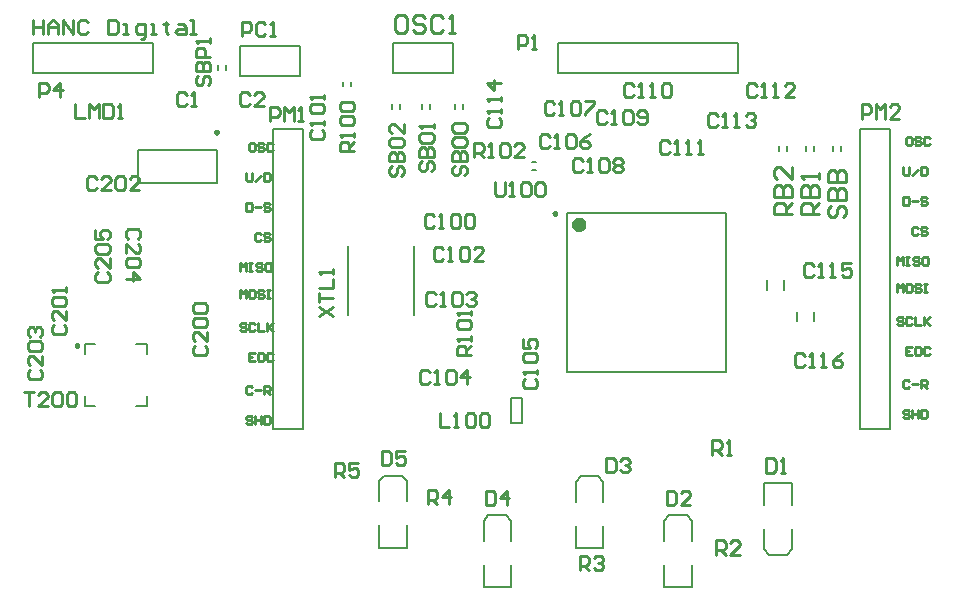
<source format=gto>
%FSTAX23Y23*%
%MOIN*%
%SFA1B1*%

%IPPOS*%
%ADD27C,0.010000*%
%ADD35C,0.009840*%
%ADD36C,0.023620*%
%ADD37C,0.007870*%
%ADD38C,0.005000*%
%LNhanc_digital-1*%
%LPD*%
G54D27*
X05861Y04329D02*
X05853Y04337D01*
X05837*
X0583Y04329*
Y04297*
X05837Y0429*
X05853*
X05861Y04297*
X05877Y0429D02*
X05892D01*
X05885*
Y04337*
X05877Y04329*
X05916Y0429D02*
X05932D01*
X05924*
Y04337*
X05916Y04329*
X05955D02*
X05963Y04337D01*
X05979*
X05987Y04329*
Y04321*
X05979Y04313*
X05971*
X05979*
X05987Y04305*
Y04297*
X05979Y0429*
X05963*
X05955Y04297*
X0624Y04029D02*
X0623Y04019D01*
Y04*
X0624Y0399*
X0625*
X0626Y04*
Y04019*
X0627Y04029*
X0628*
X0629Y04019*
Y04*
X0628Y0399*
X0623Y04049D02*
X0629D01*
Y04079*
X0628Y04089*
X0627*
X0626Y04079*
Y04049*
Y04079*
X0625Y04089*
X0624*
X0623Y04079*
Y04049*
Y04109D02*
X0629D01*
Y04139*
X0628Y04149*
X0627*
X0626Y04139*
Y04109*
Y04139*
X0625Y04149*
X0624*
X0623Y04139*
Y04109*
X062Y04D02*
X0614D01*
Y04029*
X0615Y04039*
X0617*
X0618Y04029*
Y04*
Y04019D02*
X062Y04039D01*
X0614Y04059D02*
X062D01*
Y04089*
X0619Y04099*
X0618*
X0617Y04089*
Y04059*
Y04089*
X0616Y04099*
X0615*
X0614Y04089*
Y04059*
X062Y04119D02*
Y04139D01*
Y04129*
X0614*
X0615Y04119*
X0611Y04D02*
X0605D01*
Y04029*
X0606Y04039*
X0608*
X0609Y04029*
Y04*
Y04019D02*
X0611Y04039D01*
X0605Y04059D02*
X0611D01*
Y04089*
X061Y04099*
X0609*
X0608Y04089*
Y04059*
Y04089*
X0607Y04099*
X0606*
X0605Y04089*
Y04059*
X0611Y04159D02*
Y04119D01*
X0607Y04159*
X0606*
X0605Y04149*
Y04129*
X0606Y04119*
X04532Y0366D02*
X0458Y03691D01*
X04532D02*
X0458Y0366D01*
X04532Y03707D02*
Y03738D01*
Y03722*
X0458*
X04532Y03754D02*
X0458D01*
Y03785*
Y03801D02*
Y03817D01*
Y03809*
X04532*
X0454Y03801*
X0355Y03407D02*
X03581D01*
X03565*
Y0336*
X03628D02*
X03597D01*
X03628Y03391*
Y03399*
X0362Y03407*
X03605*
X03597Y03399*
X03644D02*
X03652Y03407D01*
X03668*
X03675Y03399*
Y03367*
X03668Y0336*
X03652*
X03644Y03367*
Y03399*
X03691D02*
X03699Y03407D01*
X03715*
X03723Y03399*
Y03367*
X03715Y0336*
X03699*
X03691Y03367*
Y03399*
X04091Y04399D02*
X04083Y04407D01*
X04067*
X0406Y04399*
Y04367*
X04067Y0436*
X04083*
X04091Y04367*
X04107Y0436D02*
X04122D01*
X04115*
Y04407*
X04107Y04399*
X04301D02*
X04293Y04407D01*
X04277*
X0427Y04399*
Y04367*
X04277Y0436*
X04293*
X04301Y04367*
X04348Y0436D02*
X04317D01*
X04348Y04391*
Y04399*
X0434Y04407*
X04325*
X04317Y04399*
X04916Y03994D02*
X04908Y04002D01*
X04892*
X04885Y03994*
Y03962*
X04892Y03955*
X04908*
X04916Y03962*
X04932Y03955D02*
X04947D01*
X0494*
Y04002*
X04932Y03994*
X04971D02*
X04979Y04002D01*
X04995*
X05003Y03994*
Y03962*
X04995Y03955*
X04979*
X04971Y03962*
Y03994*
X05018D02*
X05026Y04002D01*
X05042*
X0505Y03994*
Y03962*
X05042Y03955*
X05026*
X05018Y03962*
Y03994*
X0451Y04281D02*
X04502Y04273D01*
Y04257*
X0451Y0425*
X04542*
X0455Y04257*
Y04273*
X04542Y04281*
X0455Y04297D02*
Y04312D01*
Y04305*
X04502*
X0451Y04297*
Y04336D02*
X04502Y04344D01*
Y0436*
X0451Y04368*
X04542*
X0455Y0436*
Y04344*
X04542Y04336*
X0451*
X0455Y04383D02*
Y04399D01*
Y04391*
X04502*
X0451Y04383*
X04946Y03884D02*
X04938Y03892D01*
X04922*
X04915Y03884*
Y03852*
X04922Y03845*
X04938*
X04946Y03852*
X04962Y03845D02*
X04977D01*
X0497*
Y03892*
X04962Y03884*
X05001D02*
X05009Y03892D01*
X05025*
X05033Y03884*
Y03852*
X05025Y03845*
X05009*
X05001Y03852*
Y03884*
X0508Y03845D02*
X05048D01*
X0508Y03876*
Y03884*
X05072Y03892*
X05056*
X05048Y03884*
X04921Y03734D02*
X04913Y03741D01*
X04897*
X0489Y03734*
Y03702*
X04897Y03694*
X04913*
X04921Y03702*
X04937Y03694D02*
X04952D01*
X04945*
Y03741*
X04937Y03734*
X04976D02*
X04984Y03741D01*
X05*
X05008Y03734*
Y03702*
X05Y03694*
X04984*
X04976Y03702*
Y03734*
X05023D02*
X05031Y03741D01*
X05047*
X05055Y03734*
Y03726*
X05047Y03718*
X05039*
X05047*
X05055Y0371*
Y03702*
X05047Y03694*
X05031*
X05023Y03702*
X04901Y03474D02*
X04893Y03482D01*
X04877*
X0487Y03474*
Y03442*
X04877Y03435*
X04893*
X04901Y03442*
X04917Y03435D02*
X04932D01*
X04925*
Y03482*
X04917Y03474*
X04956D02*
X04964Y03482D01*
X0498*
X04988Y03474*
Y03442*
X0498Y03435*
X04964*
X04956Y03442*
Y03474*
X05027Y03435D02*
Y03482D01*
X05003Y03458*
X05035*
X0522Y03451D02*
X05212Y03443D01*
Y03427*
X0522Y0342*
X05252*
X0526Y03427*
Y03443*
X05252Y03451*
X0526Y03467D02*
Y03482D01*
Y03475*
X05212*
X0522Y03467*
Y03506D02*
X05212Y03514D01*
Y0353*
X0522Y03538*
X05252*
X0526Y0353*
Y03514*
X05252Y03506*
X0522*
X05212Y03585D02*
Y03553D01*
X05236*
X05228Y03569*
Y03577*
X05236Y03585*
X05252*
X0526Y03577*
Y03561*
X05252Y03553*
X05301Y04259D02*
X05293Y04267D01*
X05277*
X0527Y04259*
Y04227*
X05277Y0422*
X05293*
X05301Y04227*
X05317Y0422D02*
X05332D01*
X05325*
Y04267*
X05317Y04259*
X05356D02*
X05364Y04267D01*
X0538*
X05388Y04259*
Y04227*
X0538Y0422*
X05364*
X05356Y04227*
Y04259*
X05435Y04267D02*
X05419Y04259D01*
X05403Y04243*
Y04227*
X05411Y0422*
X05427*
X05435Y04227*
Y04235*
X05427Y04243*
X05403*
X05316Y04369D02*
X05308Y04377D01*
X05292*
X05285Y04369*
Y04337*
X05292Y0433*
X05308*
X05316Y04337*
X05332Y0433D02*
X05347D01*
X0534*
Y04377*
X05332Y04369*
X05371D02*
X05379Y04377D01*
X05395*
X05403Y04369*
Y04337*
X05395Y0433*
X05379*
X05371Y04337*
Y04369*
X05418Y04377D02*
X0545D01*
Y04369*
X05418Y04337*
Y0433*
X05411Y04179D02*
X05403Y04187D01*
X05387*
X0538Y04179*
Y04147*
X05387Y0414*
X05403*
X05411Y04147*
X05427Y0414D02*
X05442D01*
X05435*
Y04187*
X05427Y04179*
X05466D02*
X05474Y04187D01*
X0549*
X05498Y04179*
Y04147*
X0549Y0414*
X05474*
X05466Y04147*
Y04179*
X05513D02*
X05521Y04187D01*
X05537*
X05545Y04179*
Y04171*
X05537Y04163*
X05545Y04155*
Y04147*
X05537Y0414*
X05521*
X05513Y04147*
Y04155*
X05521Y04163*
X05513Y04171*
Y04179*
X05521Y04163D02*
X05537D01*
X05491Y04339D02*
X05483Y04347D01*
X05467*
X0546Y04339*
Y04307*
X05467Y043*
X05483*
X05491Y04307*
X05507Y043D02*
X05522D01*
X05515*
Y04347*
X05507Y04339*
X05546D02*
X05554Y04347D01*
X0557*
X05578Y04339*
Y04307*
X0557Y043*
X05554*
X05546Y04307*
Y04339*
X05593Y04307D02*
X05601Y043D01*
X05617*
X05625Y04307*
Y04339*
X05617Y04347*
X05601*
X05593Y04339*
Y04331*
X05601Y04323*
X05625*
X05581Y04429D02*
X05573Y04437D01*
X05557*
X0555Y04429*
Y04397*
X05557Y0439*
X05573*
X05581Y04397*
X05597Y0439D02*
X05612D01*
X05605*
Y04437*
X05597Y04429*
X05636Y0439D02*
X05652D01*
X05644*
Y04437*
X05636Y04429*
X05675D02*
X05683Y04437D01*
X05699*
X05707Y04429*
Y04397*
X05699Y0439*
X05683*
X05675Y04397*
Y04429*
X05701Y04239D02*
X05693Y04247D01*
X05677*
X0567Y04239*
Y04207*
X05677Y042*
X05693*
X05701Y04207*
X05717Y042D02*
X05732D01*
X05725*
Y04247*
X05717Y04239*
X05756Y042D02*
X05772D01*
X05764*
Y04247*
X05756Y04239*
X05795Y042D02*
X05811D01*
X05803*
Y04247*
X05795Y04239*
X05991Y04429D02*
X05983Y04437D01*
X05967*
X0596Y04429*
Y04397*
X05967Y0439*
X05983*
X05991Y04397*
X06007Y0439D02*
X06022D01*
X06015*
Y04437*
X06007Y04429*
X06046Y0439D02*
X06062D01*
X06054*
Y04437*
X06046Y04429*
X06117Y0439D02*
X06085D01*
X06117Y04421*
Y04429*
X06109Y04437*
X06093*
X06085Y04429*
X051Y04321D02*
X05092Y04313D01*
Y04297*
X051Y0429*
X05132*
X0514Y04297*
Y04313*
X05132Y04321*
X0514Y04337D02*
Y04352D01*
Y04345*
X05092*
X051Y04337*
X0514Y04376D02*
Y04392D01*
Y04384*
X05092*
X051Y04376*
X0514Y04439D02*
X05092D01*
X05116Y04415*
Y04447*
X06181Y03829D02*
X06173Y03837D01*
X06157*
X0615Y03829*
Y03797*
X06157Y0379*
X06173*
X06181Y03797*
X06197Y0379D02*
X06212D01*
X06205*
Y03837*
X06197Y03829*
X06236Y0379D02*
X06252D01*
X06244*
Y03837*
X06236Y03829*
X06307Y03837D02*
X06275D01*
Y03813*
X06291Y03821*
X06299*
X06307Y03813*
Y03797*
X06299Y0379*
X06283*
X06275Y03797*
X0412Y03561D02*
X04112Y03553D01*
Y03537*
X0412Y0353*
X04152*
X0416Y03537*
Y03553*
X04152Y03561*
X0416Y03608D02*
Y03577D01*
X04128Y03608*
X0412*
X04112Y036*
Y03585*
X0412Y03577*
Y03624D02*
X04112Y03632D01*
Y03648*
X0412Y03655*
X04152*
X0416Y03648*
Y03632*
X04152Y03624*
X0412*
Y03671D02*
X04112Y03679D01*
Y03695*
X0412Y03703*
X04152*
X0416Y03695*
Y03679*
X04152Y03671*
X0412*
X0365Y03631D02*
X03642Y03623D01*
Y03607*
X0365Y036*
X03682*
X0369Y03607*
Y03623*
X03682Y03631*
X0369Y03678D02*
Y03647D01*
X03658Y03678*
X0365*
X03642Y0367*
Y03655*
X0365Y03647*
Y03694D02*
X03642Y03702D01*
Y03718*
X0365Y03725*
X03682*
X0369Y03718*
Y03702*
X03682Y03694*
X0365*
X0369Y03741D02*
Y03757D01*
Y03749*
X03642*
X0365Y03741*
X03791Y04119D02*
X03783Y04127D01*
X03767*
X0376Y04119*
Y04087*
X03767Y0408*
X03783*
X03791Y04087*
X03838Y0408D02*
X03807D01*
X03838Y04111*
Y04119*
X0383Y04127*
X03815*
X03807Y04119*
X03854D02*
X03862Y04127D01*
X03878*
X03885Y04119*
Y04087*
X03878Y0408*
X03862*
X03854Y04087*
Y04119*
X03933Y0408D02*
X03901D01*
X03933Y04111*
Y04119*
X03925Y04127*
X03909*
X03901Y04119*
X0357Y03482D02*
X03562Y03474D01*
Y03458*
X0357Y0345*
X03602*
X0361Y03458*
Y03474*
X03602Y03482*
X0361Y03529D02*
Y03497D01*
X03578Y03529*
X0357*
X03562Y03521*
Y03505*
X0357Y03497*
Y03545D02*
X03562Y03552D01*
Y03568*
X0357Y03576*
X03602*
X0361Y03568*
Y03552*
X03602Y03545*
X0357*
Y03592D02*
X03562Y036D01*
Y03615*
X0357Y03623*
X03578*
X03586Y03615*
Y03608*
Y03615*
X03594Y03623*
X03602*
X0361Y03615*
Y036*
X03602Y03592*
X03929Y03918D02*
X03937Y03926D01*
Y03942*
X03929Y0395*
X03897*
X0389Y03942*
Y03926*
X03897Y03918*
X0389Y03871D02*
Y03902D01*
X03921Y03871*
X03929*
X03937Y03879*
Y03894*
X03929Y03902*
Y03855D02*
X03937Y03847D01*
Y03831*
X03929Y03824*
X03897*
X0389Y03831*
Y03847*
X03897Y03855*
X03929*
X0389Y03784D02*
X03937D01*
X03913Y03808*
Y03776*
X03795Y03806D02*
X03787Y03798D01*
Y03782*
X03795Y03775*
X03827*
X03835Y03782*
Y03798*
X03827Y03806*
X03835Y03853D02*
Y03822D01*
X03803Y03853*
X03795*
X03787Y03845*
Y0383*
X03795Y03822*
Y03869D02*
X03787Y03877D01*
Y03893*
X03795Y039*
X03827*
X03835Y03893*
Y03877*
X03827Y03869*
X03795*
X03787Y03948D02*
Y03916D01*
X03811*
X03803Y03932*
Y0394*
X03811Y03948*
X03827*
X03835Y0394*
Y03924*
X03827Y03916*
X06024Y03186D02*
Y03139D01*
X06047*
X06055Y03146*
Y03178*
X06047Y03186*
X06024*
X06071Y03139D02*
X06086D01*
X06079*
Y03186*
X06071Y03178*
X05691Y03078D02*
Y03031D01*
X05714*
X05722Y03038*
Y0307*
X05714Y03078*
X05691*
X05769Y03031D02*
X05738D01*
X05769Y03062*
Y0307*
X05761Y03078*
X05746*
X05738Y0307*
X0549Y03187D02*
Y0314D01*
X05513*
X05521Y03147*
Y03179*
X05513Y03187*
X0549*
X05537Y03179D02*
X05545Y03187D01*
X0556*
X05568Y03179*
Y03171*
X0556Y03163*
X05552*
X0556*
X05568Y03155*
Y03147*
X0556Y0314*
X05545*
X05537Y03147*
X05088Y03078D02*
Y03031D01*
X05111*
X05119Y03038*
Y0307*
X05111Y03078*
X05088*
X05159Y03031D02*
Y03078D01*
X05135Y03054*
X05166*
X04741Y03211D02*
Y03163D01*
X04764*
X04772Y03171*
Y03203*
X04764Y03211*
X04741*
X04819D02*
X04788D01*
Y03187*
X04803Y03195*
X04811*
X04819Y03187*
Y03171*
X04811Y03163*
X04796*
X04788Y03171*
X04935Y03337D02*
Y0329D01*
X04966*
X04982D02*
X04997D01*
X0499*
Y03337*
X04982Y03329*
X05021D02*
X05029Y03337D01*
X05045*
X05053Y03329*
Y03297*
X05045Y0329*
X05029*
X05021Y03297*
Y03329*
X05068D02*
X05076Y03337D01*
X05092*
X051Y03329*
Y03297*
X05092Y0329*
X05076*
X05068Y03297*
Y03329*
X0372Y04367D02*
Y0432D01*
X03751*
X03767D02*
Y04367D01*
X03782Y04351*
X03798Y04367*
Y0432*
X03814Y04367D02*
Y0432D01*
X03838*
X03845Y04327*
Y04359*
X03838Y04367*
X03814*
X03861Y0432D02*
X03877D01*
X03869*
Y04367*
X03861Y04359*
X036Y0439D02*
Y04437D01*
X03623*
X03631Y04429*
Y04413*
X03623Y04405*
X036*
X0367Y0439D02*
Y04437D01*
X03647Y04413*
X03678*
X04276Y04594D02*
Y04641D01*
X04299*
X04307Y04633*
Y04617*
X04299Y04609*
X04276*
X04354Y04633D02*
X04346Y04641D01*
X04331*
X04323Y04633*
Y04601*
X04331Y04594*
X04346*
X04354Y04601*
X0437Y04594D02*
X04386D01*
X04378*
Y04641*
X0437Y04633*
X0437Y0431D02*
Y04357D01*
X04393*
X04401Y04349*
Y04333*
X04393Y04325*
X0437*
X04417Y0431D02*
Y04357D01*
X04432Y04341*
X04448Y04357*
Y0431*
X04464D02*
X0448D01*
X04472*
Y04357*
X04464Y04349*
X06341Y04319D02*
Y04366D01*
X06364*
X06372Y04358*
Y04342*
X06364Y04334*
X06341*
X06388Y04319D02*
Y04366D01*
X06403Y0435*
X06419Y04366*
Y04319*
X06466D02*
X06435D01*
X06466Y0435*
Y04358*
X06459Y04366*
X06443*
X06435Y04358*
X05844Y03199D02*
Y03247D01*
X05867*
X05875Y03239*
Y03223*
X05867Y03215*
X05844*
X05859D02*
X05875Y03199D01*
X05891D02*
X05906D01*
X05899*
Y03247*
X05891Y03239*
X05857Y02865D02*
Y02913D01*
X0588*
X05888Y02905*
Y02889*
X0588Y02881*
X05857*
X05872D02*
X05888Y02865D01*
X05935D02*
X05904D01*
X05935Y02897*
Y02905*
X05927Y02913*
X05912*
X05904Y02905*
X05401Y02814D02*
Y02861D01*
X05424*
X05432Y02853*
Y02837*
X05424Y02829*
X05401*
X05416D02*
X05432Y02814D01*
X05448Y02853D02*
X05456Y02861D01*
X05471*
X05479Y02853*
Y02845*
X05471Y02837*
X05463*
X05471*
X05479Y02829*
Y02821*
X05471Y02814*
X05456*
X05448Y02821*
X04896Y03034D02*
Y03081D01*
X04919*
X04927Y03073*
Y03057*
X04919Y03049*
X04896*
X04911D02*
X04927Y03034D01*
X04966D02*
Y03081D01*
X04943Y03057*
X04974*
X04586Y03124D02*
Y03171D01*
X04609*
X04617Y03163*
Y03147*
X04609Y03139*
X04586*
X04601D02*
X04617Y03124D01*
X04664Y03171D02*
X04633D01*
Y03147*
X04648Y03155*
X04656*
X04664Y03147*
Y03131*
X04656Y03124*
X04641*
X04633Y03131*
X0465Y0421D02*
X04602D01*
Y04233*
X0461Y04241*
X04626*
X04634Y04233*
Y0421*
Y04225D02*
X0465Y04241D01*
Y04257D02*
Y04272D01*
Y04265*
X04602*
X0461Y04257*
Y04296D02*
X04602Y04304D01*
Y0432*
X0461Y04328*
X04642*
X0465Y0432*
Y04304*
X04642Y04296*
X0461*
Y04343D02*
X04602Y04351D01*
Y04367*
X0461Y04375*
X04642*
X0465Y04367*
Y04351*
X04642Y04343*
X0461*
X0504Y0353D02*
X04992D01*
Y03553*
X05Y03561*
X05016*
X05024Y03553*
Y0353*
Y03546D02*
X0504Y03561D01*
Y03577D02*
Y03593D01*
Y03585*
X04992*
X05Y03577*
Y03616D02*
X04992Y03624D01*
Y0364*
X05Y03648*
X05032*
X0504Y0364*
Y03624*
X05032Y03616*
X05*
X0504Y03664D02*
Y03679D01*
Y03672*
X04992*
X05Y03664*
X0505Y0419D02*
Y04237D01*
X05073*
X05081Y04229*
Y04213*
X05073Y04205*
X0505*
X05065D02*
X05081Y0419D01*
X05097D02*
X05112D01*
X05105*
Y04237*
X05097Y04229*
X05136D02*
X05144Y04237D01*
X0516*
X05168Y04229*
Y04197*
X0516Y0419*
X05144*
X05136Y04197*
Y04229*
X05215Y0419D02*
X05183D01*
X05215Y04221*
Y04229*
X05207Y04237*
X05191*
X05183Y04229*
X04985Y04162D02*
X04977Y04154D01*
Y04139*
X04985Y04131*
X04993*
X05001Y04139*
Y04154*
X05009Y04162*
X05017*
X05025Y04154*
Y04139*
X05017Y04131*
X04977Y04178D02*
X05025D01*
Y04202*
X05017Y0421*
X05009*
X05001Y04202*
Y04178*
Y04202*
X04993Y0421*
X04985*
X04977Y04202*
Y04178*
Y04249D02*
Y04233D01*
X04985Y04225*
X05017*
X05025Y04233*
Y04249*
X05017Y04257*
X04985*
X04977Y04249*
X04985Y04272D02*
X04977Y0428D01*
Y04296*
X04985Y04304*
X05017*
X05025Y04296*
Y0428*
X05017Y04272*
X04985*
X04875Y04176D02*
X04867Y04168D01*
Y04152*
X04875Y04145*
X04883*
X04891Y04152*
Y04168*
X04899Y04176*
X04907*
X04915Y04168*
Y04152*
X04907Y04145*
X04867Y04192D02*
X04915D01*
Y04215*
X04907Y04223*
X04899*
X04891Y04215*
Y04192*
Y04215*
X04883Y04223*
X04875*
X04867Y04215*
Y04192*
Y04263D02*
Y04247D01*
X04875Y04239*
X04907*
X04915Y04247*
Y04263*
X04907Y0427*
X04875*
X04867Y04263*
X04915Y04286D02*
Y04302D01*
Y04294*
X04867*
X04875Y04286*
X04775Y0416D02*
X04767Y04152D01*
Y04136*
X04775Y04128*
X04783*
X04791Y04136*
Y04152*
X04799Y0416*
X04807*
X04815Y04152*
Y04136*
X04807Y04128*
X04767Y04176D02*
X04815D01*
Y04199*
X04807Y04207*
X04799*
X04791Y04199*
Y04176*
Y04199*
X04783Y04207*
X04775*
X04767Y04199*
Y04176*
Y04247D02*
Y04231D01*
X04775Y04223*
X04807*
X04815Y04231*
Y04247*
X04807Y04254*
X04775*
X04767Y04247*
X04815Y04302D02*
Y0427D01*
X04783Y04302*
X04775*
X04767Y04294*
Y04278*
X04775Y0427*
X0413Y04461D02*
X04122Y04453D01*
Y04437*
X0413Y0443*
X04138*
X04146Y04437*
Y04453*
X04154Y04461*
X04162*
X0417Y04453*
Y04437*
X04162Y0443*
X04122Y04477D02*
X0417D01*
Y045*
X04162Y04508*
X04154*
X04146Y045*
Y04477*
Y045*
X04138Y04508*
X0413*
X04122Y045*
Y04477*
X0417Y04524D02*
X04122D01*
Y04548*
X0413Y04555*
X04146*
X04154Y04548*
Y04524*
X0417Y04571D02*
Y04587D01*
Y04579*
X04122*
X0413Y04571*
X0512Y04107D02*
Y04067D01*
X05127Y0406*
X05143*
X05151Y04067*
Y04107*
X05167Y0406D02*
X05182D01*
X05175*
Y04107*
X05167Y04099*
X05206D02*
X05214Y04107D01*
X0523*
X05238Y04099*
Y04067*
X0523Y0406*
X05214*
X05206Y04067*
Y04099*
X05253D02*
X05261Y04107D01*
X05277*
X05285Y04099*
Y04067*
X05277Y0406*
X05261*
X05253Y04067*
Y04099*
X06151Y03529D02*
X06143Y03537D01*
X06127*
X0612Y03529*
Y03497*
X06127Y0349*
X06143*
X06151Y03497*
X06167Y0349D02*
X06182D01*
X06175*
Y03537*
X06167Y03529*
X06206Y0349D02*
X06222D01*
X06214*
Y03537*
X06206Y03529*
X06277Y03537D02*
X06261Y03529D01*
X06245Y03513*
Y03497*
X06253Y0349*
X06269*
X06277Y03497*
Y03505*
X06269Y03513*
X06245*
X04815Y04663D02*
X04796D01*
X04786Y04653*
Y04614*
X04796Y04604*
X04815*
X04825Y04614*
Y04653*
X04815Y04663*
X04885Y04653D02*
X04875Y04663D01*
X04855*
X04845Y04653*
Y04643*
X04855Y04633*
X04875*
X04885Y04623*
Y04614*
X04875Y04604*
X04855*
X04845Y04614*
X04945Y04653D02*
X04935Y04663D01*
X04915*
X04905Y04653*
Y04614*
X04915Y04604*
X04935*
X04945Y04614*
X04965Y04604D02*
X04985D01*
X04975*
Y04663*
X04965Y04653*
X05195Y0455D02*
Y04597D01*
X05218*
X05226Y04589*
Y04573*
X05218Y04565*
X05195*
X05242Y0455D02*
X05257D01*
X0525*
Y04597*
X05242Y04589*
X0358Y04649D02*
Y046D01*
Y04624*
X03613*
Y04649*
Y046*
X03629D02*
Y04633D01*
X03646Y04649*
X03663Y04633*
Y046*
Y04624*
X03629*
X03679Y046D02*
Y04649D01*
X03713Y046*
Y04649*
X03763Y04641D02*
X03754Y04649D01*
X03738*
X03729Y04641*
Y04608*
X03738Y046*
X03754*
X03763Y04608*
X03829Y04649D02*
Y046D01*
X03854*
X03863Y04608*
Y04641*
X03854Y04649*
X03829*
X03879Y046D02*
X03896D01*
X03888*
Y04633*
X03879*
X03938Y04583D02*
X03946D01*
X03954Y04591*
Y04633*
X03929*
X03921Y04624*
Y04608*
X03929Y046*
X03954*
X03971D02*
X03988D01*
X03979*
Y04633*
X03971*
X04021Y04641D02*
Y04633D01*
X04013*
X04029*
X04021*
Y04608*
X04029Y046*
X04063Y04633D02*
X04079D01*
X04088Y04624*
Y046*
X04063*
X04054Y04608*
X04063Y04616*
X04088*
X04104Y046D02*
X04121D01*
X04113*
Y04649*
X04104*
X06529Y03954D02*
X06524Y03959D01*
X06515*
X0651Y03954*
Y03935*
X06515Y0393*
X06524*
X06529Y03935*
X06559Y03954D02*
X06554Y03959D01*
X06544*
X06539Y03954*
Y03949*
X06544Y03944*
X06554*
X06559Y0394*
Y03935*
X06554Y0393*
X06544*
X06539Y03935*
X0646Y0383D02*
Y03859D01*
X0647Y03849*
X06479Y03859*
Y0383*
X06489Y03859D02*
X06499D01*
X06494*
Y0383*
X06489*
X06499*
X06534Y03854D02*
X06529Y03859D01*
X06519*
X06514Y03854*
Y03849*
X06519Y03845*
X06529*
X06534Y0384*
Y03835*
X06529Y0383*
X06519*
X06514Y03835*
X06559Y03859D02*
X06549D01*
X06544Y03854*
Y03835*
X06549Y0383*
X06559*
X06564Y03835*
Y03854*
X06559Y03859*
X0646Y0374D02*
Y03769D01*
X0647Y03759*
X06479Y03769*
Y0374*
X06504Y03769D02*
X06494D01*
X06489Y03764*
Y03745*
X06494Y0374*
X06504*
X06509Y03745*
Y03764*
X06504Y03769*
X06539Y03764D02*
X06534Y03769D01*
X06524*
X06519Y03764*
Y03759*
X06524Y03755*
X06534*
X06539Y0375*
Y03745*
X06534Y0374*
X06524*
X06519Y03745*
X06549Y03769D02*
X06559D01*
X06554*
Y0374*
X06549*
X06559*
X06479Y03654D02*
X06475Y03659D01*
X06465*
X0646Y03654*
Y03649*
X06465Y03644*
X06475*
X06479Y0364*
Y03635*
X06475Y0363*
X06465*
X0646Y03635*
X06509Y03654D02*
X06504Y03659D01*
X06494*
X06489Y03654*
Y03635*
X06494Y0363*
X06504*
X06509Y03635*
X06519Y03659D02*
Y0363D01*
X06539*
X06549Y03659D02*
Y0363D01*
Y0364*
X06569Y03659*
X06554Y03644*
X06569Y0363*
X06504Y04259D02*
X06495D01*
X0649Y04254*
Y04235*
X06495Y0423*
X06504*
X06509Y04235*
Y04254*
X06504Y04259*
X06539Y04254D02*
X06534Y04259D01*
X06524*
X06519Y04254*
Y04249*
X06524Y04245*
X06534*
X06539Y0424*
Y04235*
X06534Y0423*
X06524*
X06519Y04235*
X06569Y04254D02*
X06564Y04259D01*
X06554*
X06549Y04254*
Y04235*
X06554Y0423*
X06564*
X06569Y04235*
X0648Y04159D02*
Y04135D01*
X06485Y0413*
X06495*
X06499Y04135*
Y04159*
X06509Y0413D02*
X06529Y04149D01*
X06539Y04159D02*
Y0413D01*
X06554*
X06559Y04135*
Y04154*
X06554Y04159*
X06539*
X0648Y04059D02*
Y0403D01*
X06495*
X06499Y04035*
Y04054*
X06495Y04059*
X0648*
X06509Y04044D02*
X06529D01*
X06559Y04054D02*
X06554Y04059D01*
X06544*
X06539Y04054*
Y04049*
X06544Y04044*
X06554*
X06559Y0404*
Y04035*
X06554Y0403*
X06544*
X06539Y04035*
X06509Y03559D02*
X0649D01*
Y0353*
X06509*
X0649Y03545D02*
X065D01*
X06534Y03559D02*
X06524D01*
X06519Y03554*
Y03535*
X06524Y0353*
X06534*
X06539Y03535*
Y03554*
X06534Y03559*
X06569Y03554D02*
X06564Y03559D01*
X06554*
X06549Y03554*
Y03535*
X06554Y0353*
X06564*
X06569Y03535*
X06499Y03444D02*
X06495Y03449D01*
X06485*
X0648Y03444*
Y03425*
X06485Y0342*
X06495*
X06499Y03425*
X06509Y03434D02*
X06529D01*
X06539Y0342D02*
Y03449D01*
X06554*
X06559Y03444*
Y03434*
X06554Y0343*
X06539*
X06549D02*
X06559Y0342D01*
X06499Y03344D02*
X06495Y03349D01*
X06485*
X0648Y03344*
Y03339*
X06485Y03335*
X06495*
X06499Y0333*
Y03325*
X06495Y0332*
X06485*
X0648Y03325*
X06509Y03349D02*
Y0332D01*
Y03335*
X06529*
Y03349*
Y0332*
X06539Y03349D02*
Y0332D01*
X06554*
X06559Y03325*
Y03344*
X06554Y03349*
X06539*
X04309Y03324D02*
X04305Y03329D01*
X04295*
X0429Y03324*
Y03319*
X04295Y03315*
X04305*
X04309Y0331*
Y03305*
X04305Y033*
X04295*
X0429Y03305*
X04319Y03329D02*
Y033D01*
Y03315*
X04339*
Y03329*
Y033*
X04349Y03329D02*
Y033D01*
X04364*
X04369Y03305*
Y03324*
X04364Y03329*
X04349*
X04309Y03424D02*
X04305Y03429D01*
X04295*
X0429Y03424*
Y03405*
X04295Y034*
X04305*
X04309Y03405*
X04319Y03414D02*
X04339D01*
X04349Y034D02*
Y03429D01*
X04364*
X04369Y03424*
Y03414*
X04364Y0341*
X04349*
X04359D02*
X04369Y034D01*
X04319Y03539D02*
X043D01*
Y0351*
X04319*
X043Y03525D02*
X0431D01*
X04344Y03539D02*
X04334D01*
X04329Y03534*
Y03515*
X04334Y0351*
X04344*
X04349Y03515*
Y03534*
X04344Y03539*
X04379Y03534D02*
X04374Y03539D01*
X04364*
X04359Y03534*
Y03515*
X04364Y0351*
X04374*
X04379Y03515*
X0429Y04039D02*
Y0401D01*
X04305*
X04309Y04015*
Y04034*
X04305Y04039*
X0429*
X04319Y04024D02*
X04339D01*
X04369Y04034D02*
X04364Y04039D01*
X04354*
X04349Y04034*
Y04029*
X04354Y04024*
X04364*
X04369Y0402*
Y04015*
X04364Y0401*
X04354*
X04349Y04015*
X0429Y04139D02*
Y04115D01*
X04295Y0411*
X04305*
X04309Y04115*
Y04139*
X04319Y0411D02*
X04339Y04129D01*
X04349Y04139D02*
Y0411D01*
X04364*
X04369Y04115*
Y04134*
X04364Y04139*
X04349*
X04314Y04239D02*
X04305D01*
X043Y04234*
Y04215*
X04305Y0421*
X04314*
X04319Y04215*
Y04234*
X04314Y04239*
X04349Y04234D02*
X04344Y04239D01*
X04334*
X04329Y04234*
Y04229*
X04334Y04225*
X04344*
X04349Y0422*
Y04215*
X04344Y0421*
X04334*
X04329Y04215*
X04379Y04234D02*
X04374Y04239D01*
X04364*
X04359Y04234*
Y04215*
X04364Y0421*
X04374*
X04379Y04215*
X04289Y03634D02*
X04285Y03639D01*
X04275*
X0427Y03634*
Y03629*
X04275Y03624*
X04285*
X04289Y0362*
Y03615*
X04285Y0361*
X04275*
X0427Y03615*
X04319Y03634D02*
X04314Y03639D01*
X04304*
X04299Y03634*
Y03615*
X04304Y0361*
X04314*
X04319Y03615*
X04329Y03639D02*
Y0361D01*
X04349*
X04359Y03639D02*
Y0361D01*
Y0362*
X04379Y03639*
X04364Y03624*
X04379Y0361*
X0427Y0372D02*
Y03749D01*
X0428Y03739*
X04289Y03749*
Y0372*
X04314Y03749D02*
X04304D01*
X04299Y03744*
Y03725*
X04304Y0372*
X04314*
X04319Y03725*
Y03744*
X04314Y03749*
X04349Y03744D02*
X04344Y03749D01*
X04334*
X04329Y03744*
Y03739*
X04334Y03734*
X04344*
X04349Y0373*
Y03725*
X04344Y0372*
X04334*
X04329Y03725*
X04359Y03749D02*
X04369D01*
X04364*
Y0372*
X04359*
X04369*
X0427Y0381D02*
Y03839D01*
X0428Y03829*
X04289Y03839*
Y0381*
X04299Y03839D02*
X04309D01*
X04304*
Y0381*
X04299*
X04309*
X04344Y03834D02*
X04339Y03839D01*
X04329*
X04324Y03834*
Y03829*
X04329Y03825*
X04339*
X04344Y0382*
Y03815*
X04339Y0381*
X04329*
X04324Y03815*
X04369Y03839D02*
X04359D01*
X04354Y03834*
Y03815*
X04359Y0381*
X04369*
X04374Y03815*
Y03834*
X04369Y03839*
X04339Y03934D02*
X04334Y03939D01*
X04325*
X0432Y03934*
Y03915*
X04325Y0391*
X04334*
X04339Y03915*
X04369Y03934D02*
X04364Y03939D01*
X04354*
X04349Y03934*
Y03929*
X04354Y03924*
X04364*
X04369Y0392*
Y03915*
X04364Y0391*
X04354*
X04349Y03915*
G54D35*
X0373Y03562D02*
D01*
X0373Y03562*
X0373Y03563*
X0373Y03563*
X0373Y03563*
X0373Y03564*
X0373Y03564*
X0373Y03564*
X0373Y03565*
X0373Y03565*
X03729Y03565*
X03729Y03565*
X03729Y03566*
X03729Y03566*
X03728Y03566*
X03728Y03566*
X03728Y03566*
X03727Y03567*
X03727Y03567*
X03727Y03567*
X03726Y03567*
X03726Y03567*
X03726Y03567*
X03725*
X03725Y03567*
X03725Y03567*
X03724Y03567*
X03724Y03567*
X03724Y03567*
X03723Y03566*
X03723Y03566*
X03723Y03566*
X03723Y03566*
X03722Y03566*
X03722Y03565*
X03722Y03565*
X03722Y03565*
X03721Y03565*
X03721Y03564*
X03721Y03564*
X03721Y03564*
X03721Y03563*
X03721Y03563*
X03721Y03563*
X03721Y03562*
X03721Y03562*
X03721Y03562*
X03721Y03561*
X03721Y03561*
X03721Y03561*
X03721Y0356*
X03721Y0356*
X03721Y0356*
X03721Y03559*
X03722Y03559*
X03722Y03559*
X03722Y03559*
X03722Y03558*
X03723Y03558*
X03723Y03558*
X03723Y03558*
X03723Y03558*
X03724Y03557*
X03724Y03557*
X03724Y03557*
X03725Y03557*
X03725Y03557*
X03725Y03557*
X03726*
X03726Y03557*
X03726Y03557*
X03727Y03557*
X03727Y03557*
X03727Y03557*
X03728Y03558*
X03728Y03558*
X03728Y03558*
X03729Y03558*
X03729Y03558*
X03729Y03559*
X03729Y03559*
X0373Y03559*
X0373Y03559*
X0373Y0356*
X0373Y0356*
X0373Y0356*
X0373Y03561*
X0373Y03561*
X0373Y03561*
X0373Y03562*
X0373Y03562*
X05324Y04003D02*
D01*
X05324Y04004*
X05324Y04004*
X05324Y04004*
X05324Y04005*
X05324Y04005*
X05324Y04005*
X05324Y04006*
X05324Y04006*
X05323Y04006*
X05323Y04006*
X05323Y04007*
X05323Y04007*
X05322Y04007*
X05322Y04007*
X05322Y04008*
X05322Y04008*
X05321Y04008*
X05321Y04008*
X05321Y04008*
X0532Y04008*
X0532Y04008*
X0532Y04008*
X05319*
X05319Y04008*
X05319Y04008*
X05318Y04008*
X05318Y04008*
X05318Y04008*
X05317Y04008*
X05317Y04008*
X05317Y04007*
X05316Y04007*
X05316Y04007*
X05316Y04007*
X05316Y04006*
X05315Y04006*
X05315Y04006*
X05315Y04006*
X05315Y04005*
X05315Y04005*
X05315Y04005*
X05315Y04004*
X05315Y04004*
X05314Y04004*
X05314Y04003*
X05314Y04003*
X05315Y04003*
X05315Y04002*
X05315Y04002*
X05315Y04002*
X05315Y04001*
X05315Y04001*
X05315Y04001*
X05315Y04*
X05316Y04*
X05316Y04*
X05316Y04*
X05316Y03999*
X05317Y03999*
X05317Y03999*
X05317Y03999*
X05318Y03999*
X05318Y03999*
X05318Y03999*
X05319Y03998*
X05319Y03998*
X05319Y03998*
X0532*
X0532Y03998*
X0532Y03998*
X05321Y03999*
X05321Y03999*
X05321Y03999*
X05322Y03999*
X05322Y03999*
X05322Y03999*
X05322Y03999*
X05323Y04*
X05323Y04*
X05323Y04*
X05323Y04*
X05324Y04001*
X05324Y04001*
X05324Y04001*
X05324Y04002*
X05324Y04002*
X05324Y04002*
X05324Y04003*
X05324Y04003*
X05324Y04003*
X04196Y04274D02*
D01*
X04196Y04274*
X04196Y04274*
X04196Y04275*
X04196Y04275*
X04196Y04275*
X04196Y04276*
X04196Y04276*
X04196Y04276*
X04195Y04277*
X04195Y04277*
X04195Y04277*
X04195Y04277*
X04194Y04278*
X04194Y04278*
X04194Y04278*
X04194Y04278*
X04193Y04278*
X04193Y04278*
X04193Y04278*
X04192Y04279*
X04192Y04279*
X04192Y04279*
X04191*
X04191Y04279*
X04191Y04279*
X0419Y04278*
X0419Y04278*
X0419Y04278*
X04189Y04278*
X04189Y04278*
X04189Y04278*
X04188Y04278*
X04188Y04277*
X04188Y04277*
X04188Y04277*
X04187Y04277*
X04187Y04276*
X04187Y04276*
X04187Y04276*
X04187Y04275*
X04187Y04275*
X04187Y04275*
X04187Y04274*
X04186Y04274*
X04186Y04274*
X04186Y04273*
X04187Y04273*
X04187Y04273*
X04187Y04272*
X04187Y04272*
X04187Y04272*
X04187Y04271*
X04187Y04271*
X04187Y04271*
X04188Y04271*
X04188Y0427*
X04188Y0427*
X04188Y0427*
X04189Y0427*
X04189Y04269*
X04189Y04269*
X0419Y04269*
X0419Y04269*
X0419Y04269*
X04191Y04269*
X04191Y04269*
X04191Y04269*
X04192*
X04192Y04269*
X04192Y04269*
X04193Y04269*
X04193Y04269*
X04193Y04269*
X04194Y04269*
X04194Y04269*
X04194Y0427*
X04194Y0427*
X04195Y0427*
X04195Y0427*
X04195Y04271*
X04195Y04271*
X04196Y04271*
X04196Y04271*
X04196Y04272*
X04196Y04272*
X04196Y04272*
X04196Y04273*
X04196Y04273*
X04196Y04273*
X04196Y04274*
G54D36*
X0541Y03966D02*
D01*
X0541Y03967*
X0541Y03968*
X0541Y03968*
X05409Y03969*
X05409Y0397*
X05409Y03971*
X05409Y03971*
X05408Y03972*
X05408Y03973*
X05407Y03973*
X05407Y03974*
X05406Y03975*
X05405Y03975*
X05405Y03976*
X05404Y03976*
X05403Y03976*
X05403Y03977*
X05402Y03977*
X05401Y03977*
X054Y03978*
X05399Y03978*
X05399Y03978*
X05398*
X05397Y03978*
X05396Y03978*
X05395Y03977*
X05394Y03977*
X05394Y03977*
X05393Y03976*
X05392Y03976*
X05392Y03976*
X05391Y03975*
X0539Y03975*
X0539Y03974*
X05389Y03973*
X05389Y03973*
X05388Y03972*
X05388Y03971*
X05387Y03971*
X05387Y0397*
X05387Y03969*
X05387Y03968*
X05386Y03968*
X05386Y03967*
X05386Y03966*
X05386Y03965*
X05386Y03964*
X05387Y03963*
X05387Y03963*
X05387Y03962*
X05387Y03961*
X05388Y0396*
X05388Y0396*
X05389Y03959*
X05389Y03958*
X0539Y03958*
X0539Y03957*
X05391Y03957*
X05392Y03956*
X05392Y03956*
X05393Y03955*
X05394Y03955*
X05394Y03955*
X05395Y03954*
X05396Y03954*
X05397Y03954*
X05398Y03954*
X05399*
X05399Y03954*
X054Y03954*
X05401Y03954*
X05402Y03955*
X05403Y03955*
X05403Y03955*
X05404Y03956*
X05405Y03956*
X05405Y03957*
X05406Y03957*
X05407Y03958*
X05407Y03958*
X05408Y03959*
X05408Y0396*
X05409Y0396*
X05409Y03961*
X05409Y03962*
X05409Y03963*
X0541Y03963*
X0541Y03964*
X0541Y03965*
X0541Y03966*
G54D37*
X06273Y04212D02*
Y04227D01*
X06246Y04212D02*
Y04227D01*
X06183Y04212D02*
Y04227D01*
X06156Y04212D02*
Y04227D01*
X06066Y04212D02*
Y04227D01*
X06093Y04212D02*
Y04227D01*
X04849Y03665D02*
Y03894D01*
X0463Y03665D02*
Y03894D01*
X03751Y03534D02*
Y03568D01*
X03785*
X03924D02*
X03958D01*
Y03534D02*
Y03568D01*
Y03361D02*
Y03395D01*
X03924Y03361D02*
X03958D01*
X03751D02*
Y03395D01*
Y03361D02*
X03785D01*
X06084Y03749D02*
Y0378D01*
X06025Y03749D02*
Y0378D01*
X06335Y03285D02*
X06435D01*
X06335D02*
Y04285D01*
X06435*
Y0421D02*
Y04285D01*
Y03285D02*
Y0421D01*
X04196Y04482D02*
Y04497D01*
X04223Y04482D02*
Y04497D01*
X05013Y04352D02*
Y04367D01*
X04986Y04352D02*
Y04367D01*
X04638Y04427D02*
Y04442D01*
X04611Y04427D02*
Y04442D01*
X0438Y03285D02*
X0448D01*
X0438D02*
Y04285D01*
X0448*
Y0421D02*
Y04285D01*
Y03285D02*
Y0421D01*
X0427Y0456D02*
X0447D01*
X0427Y0446D02*
Y0456D01*
Y0446D02*
X0447D01*
Y0456*
X0358Y0447D02*
Y0457D01*
X0398*
X0358Y0447D02*
X0398D01*
Y0457*
X04825Y02889D02*
Y02964D01*
X04734Y02889D02*
Y02964D01*
Y02889D02*
X04825D01*
X0475Y03129D02*
X04809D01*
X04825Y03043D02*
Y0311D01*
X04734D02*
X0475Y03129D01*
X04809D02*
X04825Y0311D01*
X04734Y03043D02*
Y0311D01*
X05172Y02756D02*
Y02831D01*
X05081Y02756D02*
Y02831D01*
Y02756D02*
X05172D01*
X05097Y02997D02*
X05156D01*
X05172Y0291D02*
Y02977D01*
X05081D02*
X05097Y02997D01*
X05156D02*
X05172Y02977D01*
X05081Y0291D02*
Y02977D01*
X05775Y02756D02*
Y02831D01*
X05684Y02756D02*
Y02831D01*
Y02756D02*
X05775D01*
X057Y02997D02*
X05759D01*
X05775Y0291D02*
Y02977D01*
X05684D02*
X057Y02997D01*
X05759D02*
X05775Y02977D01*
X05684Y0291D02*
Y02977D01*
X06017Y0303D02*
Y03105D01*
X06108Y0303D02*
Y03105D01*
X06017D02*
X06108D01*
X06033Y02865D02*
X06092D01*
X06017Y02884D02*
Y02951D01*
X06092Y02865D02*
X06108Y02884D01*
X06017D02*
X06033Y02865D01*
X06108Y02884D02*
Y02951D01*
X04803Y04352D02*
Y04367D01*
X04776Y04352D02*
Y04367D01*
X04903Y04352D02*
Y04367D01*
X04876Y04352D02*
Y04367D01*
X0548Y02886D02*
Y02961D01*
X05389Y02886D02*
Y02961D01*
Y02886D02*
X0548D01*
X05405Y03127D02*
X05464D01*
X0548Y0304D02*
Y03107D01*
X05389D02*
X05405Y03127D01*
X05464D02*
X0548Y03107D01*
X05389Y0304D02*
Y03107D01*
X06184Y03644D02*
Y03675D01*
X06125Y03644D02*
Y03675D01*
X05359Y03474D02*
Y04005D01*
X0589Y03474D02*
Y04005D01*
X05359D02*
X0589D01*
X05359Y03474D02*
X0589D01*
X03928Y04104D02*
Y04215D01*
X04191Y04104D02*
Y04215D01*
X03928Y04104D02*
X04191D01*
X03928Y04215D02*
X04191D01*
X0478Y0447D02*
X0498D01*
Y0457*
X0478D02*
X0498D01*
X0478Y0447D02*
Y0457D01*
X0533D02*
X0593D01*
X0533Y0447D02*
X0593D01*
Y0457*
X0533Y0447D02*
Y0457D01*
X05242Y04146D02*
X05257D01*
X05242Y04173D02*
X05257D01*
G54D38*
X05171Y03304D02*
X05209D01*
X05171D02*
Y03386D01*
X05209*
Y03304D02*
Y03386D01*
M02*
</source>
